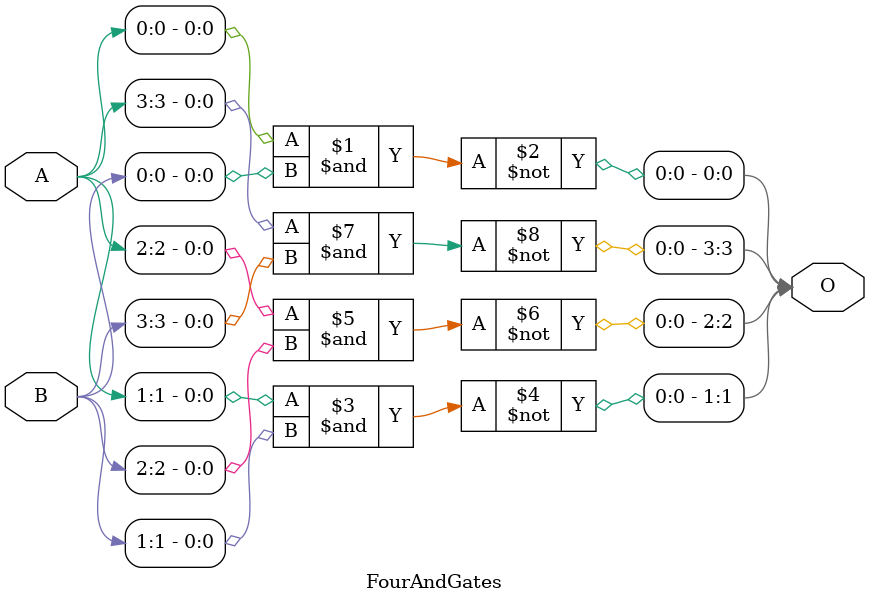
<source format=sv>
`timescale 1ns / 1ps


module FourAndGates(
    input [3:0] A,
    input [3:0] B,
    output [3:0] O
    );
    
    nand(O[0], A[0], B[0]);
    nand(O[1], A[1], B[1]);
    nand(O[2], A[2], B[2]);
    nand(O[3], A[3], B[3]);
endmodule

</source>
